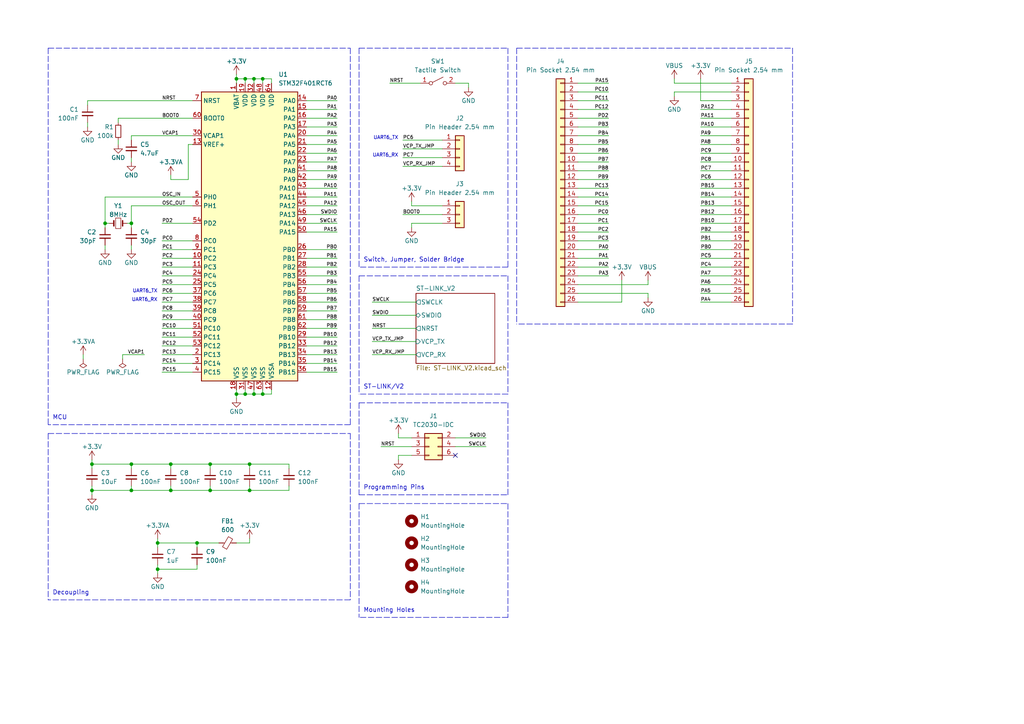
<source format=kicad_sch>
(kicad_sch (version 20211123) (generator eeschema)
  (paper "A4")
  (lib_symbols
    (symbol "Connector_Generic:Conn_01x03" (pin_names (offset 1.016) hide)
      (property "Reference" "J" (at 0 5.08 0))
      (property "Value" "Conn_01x03" (at 0 -5.08 0))
      (symbol "Conn_01x03_1_1"
        (rectangle (start -1.27 -2.413) (end 0 -2.667) (stroke (width 0.1524)))
        (rectangle (start -1.27 0.127) (end 0 -0.127) (stroke (width 0.1524)))
        (rectangle (start -1.27 2.667) (end 0 2.413) (stroke (width 0.1524)))
        (rectangle (start -1.27 3.81) (end 1.27 -3.81) (stroke (width 0.254)) (fill (type background)))
        (pin passive line (at -5.08 2.54 0) (length 3.81) (name "Pin_1") (number "1"))
        (pin passive line (at -5.08 0 0) (length 3.81) (name "Pin_2") (number "2"))
        (pin passive line (at -5.08 -2.54 0) (length 3.81) (name "Pin_3") (number "3"))
      )
    )
    (symbol "Connector_Generic:Conn_01x04" (pin_names (offset 1.016) hide)
      (property "Reference" "J" (at 0 5.08 0))
      (property "Value" "Conn_01x04" (at 0 -7.62 0))
      (symbol "Conn_01x04_1_1"
        (rectangle (start -1.27 -4.953) (end 0 -5.207) (stroke (width 0.1524)))
        (rectangle (start -1.27 -2.413) (end 0 -2.667) (stroke (width 0.1524)))
        (rectangle (start -1.27 0.127) (end 0 -0.127) (stroke (width 0.1524)))
        (rectangle (start -1.27 2.667) (end 0 2.413) (stroke (width 0.1524)))
        (rectangle (start -1.27 3.81) (end 1.27 -6.35) (stroke (width 0.254)) (fill (type background)))
        (pin passive line (at -5.08 2.54 0) (length 3.81) (name "Pin_1") (number "1"))
        (pin passive line (at -5.08 0 0) (length 3.81) (name "Pin_2") (number "2"))
        (pin passive line (at -5.08 -2.54 0) (length 3.81) (name "Pin_3") (number "3"))
        (pin passive line (at -5.08 -5.08 0) (length 3.81) (name "Pin_4") (number "4"))
      )
    )
    (symbol "Connector_Generic:Conn_01x26" (pin_names (offset 1.016) hide)
      (property "Reference" "J" (at 0 33.02 0))
      (property "Value" "Conn_01x26" (at 0 -35.56 0))
      (symbol "Conn_01x26_1_1"
        (rectangle (start -1.27 -32.893) (end 0 -33.147) (stroke (width 0.1524)))
        (rectangle (start -1.27 -30.353) (end 0 -30.607) (stroke (width 0.1524)))
        (rectangle (start -1.27 -27.813) (end 0 -28.067) (stroke (width 0.1524)))
        (rectangle (start -1.27 -25.273) (end 0 -25.527) (stroke (width 0.1524)))
        (rectangle (start -1.27 -22.733) (end 0 -22.987) (stroke (width 0.1524)))
        (rectangle (start -1.27 -20.193) (end 0 -20.447) (stroke (width 0.1524)))
        (rectangle (start -1.27 -17.653) (end 0 -17.907) (stroke (width 0.1524)))
        (rectangle (start -1.27 -15.113) (end 0 -15.367) (stroke (width 0.1524)))
        (rectangle (start -1.27 -12.573) (end 0 -12.827) (stroke (width 0.1524)))
        (rectangle (start -1.27 -10.033) (end 0 -10.287) (stroke (width 0.1524)))
        (rectangle (start -1.27 -7.493) (end 0 -7.747) (stroke (width 0.1524)))
        (rectangle (start -1.27 -4.953) (end 0 -5.207) (stroke (width 0.1524)))
        (rectangle (start -1.27 -2.413) (end 0 -2.667) (stroke (width 0.1524)))
        (rectangle (start -1.27 0.127) (end 0 -0.127) (stroke (width 0.1524)))
        (rectangle (start -1.27 2.667) (end 0 2.413) (stroke (width 0.1524)))
        (rectangle (start -1.27 5.207) (end 0 4.953) (stroke (width 0.1524)))
        (rectangle (start -1.27 7.747) (end 0 7.493) (stroke (width 0.1524)))
        (rectangle (start -1.27 10.287) (end 0 10.033) (stroke (width 0.1524)))
        (rectangle (start -1.27 12.827) (end 0 12.573) (stroke (width 0.1524)))
        (rectangle (start -1.27 15.367) (end 0 15.113) (stroke (width 0.1524)))
        (rectangle (start -1.27 17.907) (end 0 17.653) (stroke (width 0.1524)))
        (rectangle (start -1.27 20.447) (end 0 20.193) (stroke (width 0.1524)))
        (rectangle (start -1.27 22.987) (end 0 22.733) (stroke (width 0.1524)))
        (rectangle (start -1.27 25.527) (end 0 25.273) (stroke (width 0.1524)))
        (rectangle (start -1.27 28.067) (end 0 27.813) (stroke (width 0.1524)))
        (rectangle (start -1.27 30.607) (end 0 30.353) (stroke (width 0.1524)))
        (rectangle (start -1.27 31.75) (end 1.27 -34.29) (stroke (width 0.254)) (fill (type background)))
        (pin passive line (at -5.08 30.48 0) (length 3.81) (name "Pin_1") (number "1"))
        (pin passive line (at -5.08 7.62 0) (length 3.81) (name "Pin_10") (number "10"))
        (pin passive line (at -5.08 5.08 0) (length 3.81) (name "Pin_11") (number "11"))
        (pin passive line (at -5.08 2.54 0) (length 3.81) (name "Pin_12") (number "12"))
        (pin passive line (at -5.08 0 0) (length 3.81) (name "Pin_13") (number "13"))
        (pin passive line (at -5.08 -2.54 0) (length 3.81) (name "Pin_14") (number "14"))
        (pin passive line (at -5.08 -5.08 0) (length 3.81) (name "Pin_15") (number "15"))
        (pin passive line (at -5.08 -7.62 0) (length 3.81) (name "Pin_16") (number "16"))
        (pin passive line (at -5.08 -10.16 0) (length 3.81) (name "Pin_17") (number "17"))
        (pin passive line (at -5.08 -12.7 0) (length 3.81) (name "Pin_18") (number "18"))
        (pin passive line (at -5.08 -15.24 0) (length 3.81) (name "Pin_19") (number "19"))
        (pin passive line (at -5.08 27.94 0) (length 3.81) (name "Pin_2") (number "2"))
        (pin passive line (at -5.08 -17.78 0) (length 3.81) (name "Pin_20") (number "20"))
        (pin passive line (at -5.08 -20.32 0) (length 3.81) (name "Pin_21") (number "21"))
        (pin passive line (at -5.08 -22.86 0) (length 3.81) (name "Pin_22") (number "22"))
        (pin passive line (at -5.08 -25.4 0) (length 3.81) (name "Pin_23") (number "23"))
        (pin passive line (at -5.08 -27.94 0) (length 3.81) (name "Pin_24") (number "24"))
        (pin passive line (at -5.08 -30.48 0) (length 3.81) (name "Pin_25") (number "25"))
        (pin passive line (at -5.08 -33.02 0) (length 3.81) (name "Pin_26") (number "26"))
        (pin passive line (at -5.08 25.4 0) (length 3.81) (name "Pin_3") (number "3"))
        (pin passive line (at -5.08 22.86 0) (length 3.81) (name "Pin_4") (number "4"))
        (pin passive line (at -5.08 20.32 0) (length 3.81) (name "Pin_5") (number "5"))
        (pin passive line (at -5.08 17.78 0) (length 3.81) (name "Pin_6") (number "6"))
        (pin passive line (at -5.08 15.24 0) (length 3.81) (name "Pin_7") (number "7"))
        (pin passive line (at -5.08 12.7 0) (length 3.81) (name "Pin_8") (number "8"))
        (pin passive line (at -5.08 10.16 0) (length 3.81) (name "Pin_9") (number "9"))
      )
    )
    (symbol "Connector_Generic:Conn_02x03_Odd_Even" (pin_names (offset 1.016) hide)
      (property "Reference" "J" (at 1.27 5.08 0))
      (property "Value" "Conn_02x03_Odd_Even" (at 1.27 -5.08 0))
      (symbol "Conn_02x03_Odd_Even_1_1"
        (rectangle (start -1.27 -2.413) (end 0 -2.667) (stroke (width 0.1524)))
        (rectangle (start -1.27 0.127) (end 0 -0.127) (stroke (width 0.1524)))
        (rectangle (start -1.27 2.667) (end 0 2.413) (stroke (width 0.1524)))
        (rectangle (start -1.27 3.81) (end 3.81 -3.81) (stroke (width 0.254)) (fill (type background)))
        (rectangle (start 3.81 -2.413) (end 2.54 -2.667) (stroke (width 0.1524)))
        (rectangle (start 3.81 0.127) (end 2.54 -0.127) (stroke (width 0.1524)))
        (rectangle (start 3.81 2.667) (end 2.54 2.413) (stroke (width 0.1524)))
        (pin passive line (at -5.08 2.54 0) (length 3.81) (name "Pin_1") (number "1"))
        (pin passive line (at 7.62 2.54 180) (length 3.81) (name "Pin_2") (number "2"))
        (pin passive line (at -5.08 0 0) (length 3.81) (name "Pin_3") (number "3"))
        (pin passive line (at 7.62 0 180) (length 3.81) (name "Pin_4") (number "4"))
        (pin passive line (at -5.08 -2.54 0) (length 3.81) (name "Pin_5") (number "5"))
        (pin passive line (at 7.62 -2.54 180) (length 3.81) (name "Pin_6") (number "6"))
      )
    )
    (symbol "Device:C_Small" (pin_numbers hide) (pin_names (offset 0.254) hide)
      (property "Reference" "C" (at 0.254 1.778 0))
      (property "Value" "C_Small" (at 0.254 -2.032 0))
      (symbol "C_Small_0_1"
        (polyline (pts (xy -1.524 -0.508) (xy 1.524 -0.508)) (stroke (width 0.3302)))
        (polyline (pts (xy -1.524 0.508) (xy 1.524 0.508)) (stroke (width 0.3048)))
      )
      (symbol "C_Small_1_1"
        (pin passive line (at 0 2.54 270) (length 2.032) (name "~") (number "1"))
        (pin passive line (at 0 -2.54 90) (length 2.032) (name "~") (number "2"))
      )
    )
    (symbol "Device:Crystal_Small" (pin_numbers hide) (pin_names (offset 1.016) hide)
      (property "Reference" "Y" (at 0 2.54 0))
      (property "Value" "Crystal_Small" (at 0 -2.54 0))
      (symbol "Crystal_Small_0_1"
        (rectangle (start -0.762 -1.524) (end 0.762 1.524))
        (polyline (pts (xy -1.27 -0.762) (xy -1.27 0.762)) (stroke (width 0.381)))
        (polyline (pts (xy 1.27 -0.762) (xy 1.27 0.762)) (stroke (width 0.381)))
      )
      (symbol "Crystal_Small_1_1"
        (pin passive line (at -2.54 0 0) (length 1.27) (name "1") (number "1"))
        (pin passive line (at 2.54 0 180) (length 1.27) (name "2") (number "2"))
      )
    )
    (symbol "Device:FerriteBead_Small" (pin_numbers hide) (pin_names (offset 0))
      (property "Reference" "FB" (at 1.905 1.27 0))
      (property "Value" "FerriteBead_Small" (at 1.905 -1.27 0))
      (symbol "FerriteBead_Small_0_1"
        (polyline (pts (xy 0 -1.27) (xy 0 -0.7874)))
        (polyline (pts (xy 0 0.889) (xy 0 1.2954)))
        (polyline (pts (xy -1.8288 0.2794) (xy -1.1176 1.4986) (xy 1.8288 -0.2032) (xy 1.1176 -1.4224) (xy -1.8288 0.2794)))
      )
      (symbol "FerriteBead_Small_1_1"
        (pin passive line (at 0 2.54 270) (length 1.27) (name "~") (number "1"))
        (pin passive line (at 0 -2.54 90) (length 1.27) (name "~") (number "2"))
      )
    )
    (symbol "Device:R_Small" (pin_numbers hide) (pin_names (offset 0.254) hide)
      (property "Reference" "R" (at 0.762 0.508 0))
      (property "Value" "R_Small" (at 0.762 -1.016 0))
      (symbol "R_Small_0_1"
        (rectangle (start -0.762 1.778) (end 0.762 -1.778) (stroke (width 0.2032)))
      )
      (symbol "R_Small_1_1"
        (pin passive line (at 0 2.54 270) (length 0.762) (name "~") (number "1"))
        (pin passive line (at 0 -2.54 90) (length 0.762) (name "~") (number "2"))
      )
    )
    (symbol "MCU_ST_STM32F4:STM32F401RCTx"
      (property "Reference" "U" (at -15.24 41.91 0))
      (property "Value" "STM32F401RCTx" (at 7.62 41.91 0))
      (symbol "STM32F401RCTx_0_1"
        (rectangle (start -15.24 -43.18) (end 12.7 40.64) (stroke (width 0.254)) (fill (type background)))
      )
      (symbol "STM32F401RCTx_1_1"
        (pin power_in line (at -5.08 43.18 270) (length 2.54) (name "VBAT") (number "1"))
        (pin bidirectional line (at -17.78 -7.62 0) (length 2.54) (name "PC2") (number "10"))
        (pin bidirectional line (at -17.78 -10.16 0) (length 2.54) (name "PC3") (number "11"))
        (pin power_in line (at 5.08 -45.72 90) (length 2.54) (name "VSSA") (number "12"))
        (pin power_in line (at -17.78 25.4 0) (length 2.54) (name "VREF+") (number "13"))
        (pin bidirectional line (at 15.24 38.1 180) (length 2.54) (name "PA0") (number "14"))
        (pin bidirectional line (at 15.24 35.56 180) (length 2.54) (name "PA1") (number "15"))
        (pin bidirectional line (at 15.24 33.02 180) (length 2.54) (name "PA2") (number "16"))
        (pin bidirectional line (at 15.24 30.48 180) (length 2.54) (name "PA3") (number "17"))
        (pin power_in line (at -5.08 -45.72 90) (length 2.54) (name "VSS") (number "18"))
        (pin power_in line (at -2.54 43.18 270) (length 2.54) (name "VDD") (number "19"))
        (pin bidirectional line (at -17.78 -35.56 0) (length 2.54) (name "PC13") (number "2"))
        (pin bidirectional line (at 15.24 27.94 180) (length 2.54) (name "PA4") (number "20"))
        (pin bidirectional line (at 15.24 25.4 180) (length 2.54) (name "PA5") (number "21"))
        (pin bidirectional line (at 15.24 22.86 180) (length 2.54) (name "PA6") (number "22"))
        (pin bidirectional line (at 15.24 20.32 180) (length 2.54) (name "PA7") (number "23"))
        (pin bidirectional line (at -17.78 -12.7 0) (length 2.54) (name "PC4") (number "24"))
        (pin bidirectional line (at -17.78 -15.24 0) (length 2.54) (name "PC5") (number "25"))
        (pin bidirectional line (at 15.24 -5.08 180) (length 2.54) (name "PB0") (number "26"))
        (pin bidirectional line (at 15.24 -7.62 180) (length 2.54) (name "PB1") (number "27"))
        (pin bidirectional line (at 15.24 -10.16 180) (length 2.54) (name "PB2") (number "28"))
        (pin bidirectional line (at 15.24 -30.48 180) (length 2.54) (name "PB10") (number "29"))
        (pin bidirectional line (at -17.78 -38.1 0) (length 2.54) (name "PC14") (number "3"))
        (pin power_in line (at -17.78 27.94 0) (length 2.54) (name "VCAP1") (number "30"))
        (pin power_in line (at -2.54 -45.72 90) (length 2.54) (name "VSS") (number "31"))
        (pin power_in line (at 0 43.18 270) (length 2.54) (name "VDD") (number "32"))
        (pin bidirectional line (at 15.24 -33.02 180) (length 2.54) (name "PB12") (number "33"))
        (pin bidirectional line (at 15.24 -35.56 180) (length 2.54) (name "PB13") (number "34"))
        (pin bidirectional line (at 15.24 -38.1 180) (length 2.54) (name "PB14") (number "35"))
        (pin bidirectional line (at 15.24 -40.64 180) (length 2.54) (name "PB15") (number "36"))
        (pin bidirectional line (at -17.78 -17.78 0) (length 2.54) (name "PC6") (number "37"))
        (pin bidirectional line (at -17.78 -20.32 0) (length 2.54) (name "PC7") (number "38"))
        (pin bidirectional line (at -17.78 -22.86 0) (length 2.54) (name "PC8") (number "39"))
        (pin bidirectional line (at -17.78 -40.64 0) (length 2.54) (name "PC15") (number "4"))
        (pin bidirectional line (at -17.78 -25.4 0) (length 2.54) (name "PC9") (number "40"))
        (pin bidirectional line (at 15.24 17.78 180) (length 2.54) (name "PA8") (number "41"))
        (pin bidirectional line (at 15.24 15.24 180) (length 2.54) (name "PA9") (number "42"))
        (pin bidirectional line (at 15.24 12.7 180) (length 2.54) (name "PA10") (number "43"))
        (pin bidirectional line (at 15.24 10.16 180) (length 2.54) (name "PA11") (number "44"))
        (pin bidirectional line (at 15.24 7.62 180) (length 2.54) (name "PA12") (number "45"))
        (pin bidirectional line (at 15.24 5.08 180) (length 2.54) (name "PA13") (number "46"))
        (pin power_in line (at 0 -45.72 90) (length 2.54) (name "VSS") (number "47"))
        (pin power_in line (at 2.54 43.18 270) (length 2.54) (name "VDD") (number "48"))
        (pin bidirectional line (at 15.24 2.54 180) (length 2.54) (name "PA14") (number "49"))
        (pin input line (at -17.78 10.16 0) (length 2.54) (name "PH0") (number "5"))
        (pin bidirectional line (at 15.24 0 180) (length 2.54) (name "PA15") (number "50"))
        (pin bidirectional line (at -17.78 -27.94 0) (length 2.54) (name "PC10") (number "51"))
        (pin bidirectional line (at -17.78 -30.48 0) (length 2.54) (name "PC11") (number "52"))
        (pin bidirectional line (at -17.78 -33.02 0) (length 2.54) (name "PC12") (number "53"))
        (pin bidirectional line (at -17.78 2.54 0) (length 2.54) (name "PD2") (number "54"))
        (pin bidirectional line (at 15.24 -12.7 180) (length 2.54) (name "PB3") (number "55"))
        (pin bidirectional line (at 15.24 -15.24 180) (length 2.54) (name "PB4") (number "56"))
        (pin bidirectional line (at 15.24 -17.78 180) (length 2.54) (name "PB5") (number "57"))
        (pin bidirectional line (at 15.24 -20.32 180) (length 2.54) (name "PB6") (number "58"))
        (pin bidirectional line (at 15.24 -22.86 180) (length 2.54) (name "PB7") (number "59"))
        (pin input line (at -17.78 7.62 0) (length 2.54) (name "PH1") (number "6"))
        (pin input line (at -17.78 33.02 0) (length 2.54) (name "BOOT0") (number "60"))
        (pin bidirectional line (at 15.24 -25.4 180) (length 2.54) (name "PB8") (number "61"))
        (pin bidirectional line (at 15.24 -27.94 180) (length 2.54) (name "PB9") (number "62"))
        (pin power_in line (at 2.54 -45.72 90) (length 2.54) (name "VSS") (number "63"))
        (pin power_in line (at 5.08 43.18 270) (length 2.54) (name "VDD") (number "64"))
        (pin input line (at -17.78 38.1 0) (length 2.54) (name "NRST") (number "7"))
        (pin bidirectional line (at -17.78 -2.54 0) (length 2.54) (name "PC0") (number "8"))
        (pin bidirectional line (at -17.78 -5.08 0) (length 2.54) (name "PC1") (number "9"))
      )
    )
    (symbol "Mechanical:MountingHole" (pin_names (offset 1.016))
      (property "Reference" "H" (at 0 5.08 0))
      (property "Value" "MountingHole" (at 0 3.175 0))
      (symbol "MountingHole_0_1"
        (circle (center 0 0) (radius 1.27) (stroke (width 1.27)))
      )
    )
    (symbol "Switch:SW_SPST" (pin_names (offset 0) hide)
      (property "Reference" "SW" (at 0 3.175 0))
      (property "Value" "SW_SPST" (at 0 -2.54 0))
      (symbol "SW_SPST_0_0"
        (circle (center -2.032 0) (radius 0.508))
        (polyline (pts (xy -1.524 0.254) (xy 1.524 1.778)))
        (circle (center 2.032 0) (radius 0.508))
      )
      (symbol "SW_SPST_1_1"
        (pin passive line (at -5.08 0 0) (length 2.54) (name "A") (number "1"))
        (pin passive line (at 5.08 0 180) (length 2.54) (name "B") (number "2"))
      )
    )
    (symbol "power:+3.3V" (power) (pin_names (offset 0))
      (property "Value" "+3.3V" (at 0 3.556 0))
      (symbol "+3.3V_0_1"
        (polyline (pts (xy -0.762 1.27) (xy 0 2.54)))
        (polyline (pts (xy 0 0) (xy 0 2.54)))
        (polyline (pts (xy 0 2.54) (xy 0.762 1.27)))
      )
      (symbol "+3.3V_1_1"
        (pin power_in line (at 0 0 90) (length 0) hide (name "+3.3V") (number "1"))
      )
    )
    (symbol "power:+3.3VA" (power) (pin_names (offset 0))
      (property "Value" "+3.3VA" (at 0 3.556 0))
      (symbol "+3.3VA_0_1"
        (polyline (pts (xy -0.762 1.27) (xy 0 2.54)))
        (polyline (pts (xy 0 0) (xy 0 2.54)))
        (polyline (pts (xy 0 2.54) (xy 0.762 1.27)))
      )
      (symbol "+3.3VA_1_1"
        (pin power_in line (at 0 0 90) (length 0) hide (name "+3.3VA") (number "1"))
      )
    )
    (symbol "power:GND" (power) (pin_names (offset 0))
      (property "Value" "GND" (at 0 -3.81 0))
      (symbol "GND_0_1"
        (polyline (pts (xy 0 0) (xy 0 -1.27) (xy 1.27 -1.27) (xy 0 -2.54) (xy -1.27 -1.27) (xy 0 -1.27)))
      )
      (symbol "GND_1_1"
        (pin power_in line (at 0 0 270) (length 0) hide (name "GND") (number "1"))
      )
    )
    (symbol "power:PWR_FLAG" (power) (pin_numbers hide) (pin_names (offset 0) hide)
      (property "Value" "PWR_FLAG" (at 0 3.81 0))
      (symbol "PWR_FLAG_0_0"
        (pin power_out line (at 0 0 90) (length 0) (name "pwr") (number "1"))
      )
      (symbol "PWR_FLAG_0_1"
        (polyline (pts (xy 0 0) (xy 0 1.27) (xy -1.016 1.905) (xy 0 2.54) (xy 1.016 1.905) (xy 0 1.27)))
      )
    )
    (symbol "power:VBUS" (power) (pin_names (offset 0))
      (property "Value" "VBUS" (at 0 3.81 0))
      (symbol "VBUS_0_1"
        (polyline (pts (xy -0.762 1.27) (xy 0 2.54)))
        (polyline (pts (xy 0 0) (xy 0 2.54)))
        (polyline (pts (xy 0 2.54) (xy 0.762 1.27)))
      )
      (symbol "VBUS_1_1"
        (pin power_in line (at 0 0 90) (length 0) hide (name "VBUS") (number "1"))
      )
    )
  )
  (junction (at 26.67 142.24))
  (junction (at 76.2 114.3))
  (junction (at 38.1 64.77))
  (junction (at 72.39 142.24))
  (junction (at 45.72 157.48))
  (junction (at 26.67 134.62))
  (junction (at 49.53 134.62))
  (junction (at 49.53 142.24))
  (junction (at 72.39 134.62))
  (junction (at 76.2 22.86))
  (junction (at 57.15 157.48))
  (junction (at 60.96 134.62))
  (junction (at 38.1 142.24))
  (junction (at 71.12 114.3))
  (junction (at 60.96 142.24))
  (junction (at 71.12 22.86))
  (junction (at 38.1 134.62))
  (junction (at 73.66 114.3))
  (junction (at 73.66 22.86))
  (junction (at 68.58 22.86))
  (junction (at 68.58 114.3))
  (junction (at 45.72 165.1))
  (junction (at 30.48 64.77))
  (no_connect (at 132.08 132.08))
  (wire (pts (xy 46.99 64.77) (xy 55.88 64.77)))
  (wire (pts (xy 68.58 113.03) (xy 68.58 114.3)))
  (wire (pts (xy 195.58 22.86) (xy 195.58 24.13)))
  (wire (pts (xy 30.48 71.12) (xy 30.48 72.39)))
  (wire (pts (xy 35.56 102.87) (xy 35.56 104.14)))
  (wire (pts (xy 97.79 49.53) (xy 88.9 49.53)))
  (wire (pts (xy 97.79 67.31) (xy 88.9 67.31)))
  (wire (pts (xy 38.1 71.12) (xy 38.1 72.39)))
  (wire (pts (xy 45.72 158.75) (xy 45.72 157.48)))
  (wire (pts (xy 203.2 69.85) (xy 212.09 69.85)))
  (wire (pts (xy 107.95 102.87) (xy 120.65 102.87)))
  (wire (pts (xy 45.72 165.1) (xy 45.72 166.37)))
  (wire (pts (xy 49.53 140.97) (xy 49.53 142.24)))
  (wire (pts (xy 132.08 24.13) (xy 135.89 24.13)))
  (wire (pts (xy 97.79 97.79) (xy 88.9 97.79)))
  (wire (pts (xy 176.53 62.23) (xy 167.64 62.23)))
  (polyline (pts (xy 104.14 146.05) (xy 147.32 146.05)))
  (wire (pts (xy 176.53 49.53) (xy 167.64 49.53)))
  (wire (pts (xy 46.99 97.79) (xy 55.88 97.79)))
  (wire (pts (xy 119.38 64.77) (xy 119.38 66.04)))
  (wire (pts (xy 26.67 135.89) (xy 26.67 134.62)))
  (wire (pts (xy 195.58 26.67) (xy 212.09 26.67)))
  (polyline (pts (xy 104.14 13.97) (xy 104.14 77.47)))
  (wire (pts (xy 97.79 54.61) (xy 88.9 54.61)))
  (wire (pts (xy 72.39 140.97) (xy 72.39 142.24)))
  (wire (pts (xy 30.48 64.77) (xy 30.48 66.04)))
  (wire (pts (xy 49.53 52.07) (xy 54.61 52.07)))
  (wire (pts (xy 38.1 59.69) (xy 55.88 59.69)))
  (wire (pts (xy 97.79 107.95) (xy 88.9 107.95)))
  (wire (pts (xy 180.34 81.28) (xy 180.34 87.63)))
  (wire (pts (xy 116.84 43.18) (xy 128.27 43.18)))
  (wire (pts (xy 212.09 29.21) (xy 203.2 29.21)))
  (wire (pts (xy 195.58 26.67) (xy 195.58 27.94)))
  (wire (pts (xy 176.53 24.13) (xy 167.64 24.13)))
  (wire (pts (xy 25.4 29.21) (xy 55.88 29.21)))
  (wire (pts (xy 97.79 77.47) (xy 88.9 77.47)))
  (wire (pts (xy 97.79 80.01) (xy 88.9 80.01)))
  (wire (pts (xy 97.79 100.33) (xy 88.9 100.33)))
  (wire (pts (xy 38.1 134.62) (xy 38.1 135.89)))
  (wire (pts (xy 176.53 67.31) (xy 167.64 67.31)))
  (wire (pts (xy 203.2 22.86) (xy 203.2 29.21)))
  (wire (pts (xy 135.89 24.13) (xy 135.89 25.4)))
  (wire (pts (xy 203.2 80.01) (xy 212.09 80.01)))
  (wire (pts (xy 30.48 57.15) (xy 55.88 57.15)))
  (wire (pts (xy 24.13 102.87) (xy 24.13 104.14)))
  (wire (pts (xy 73.66 22.86) (xy 76.2 22.86)))
  (wire (pts (xy 60.96 142.24) (xy 49.53 142.24)))
  (wire (pts (xy 167.64 85.09) (xy 187.96 85.09)))
  (wire (pts (xy 76.2 113.03) (xy 76.2 114.3)))
  (polyline (pts (xy 149.86 13.97) (xy 229.87 13.97)))
  (wire (pts (xy 46.99 85.09) (xy 55.88 85.09)))
  (wire (pts (xy 176.53 34.29) (xy 167.64 34.29)))
  (wire (pts (xy 116.84 48.26) (xy 128.27 48.26)))
  (wire (pts (xy 71.12 22.86) (xy 73.66 22.86)))
  (wire (pts (xy 38.1 39.37) (xy 38.1 40.64)))
  (wire (pts (xy 68.58 22.86) (xy 71.12 22.86)))
  (wire (pts (xy 97.79 52.07) (xy 88.9 52.07)))
  (wire (pts (xy 49.53 134.62) (xy 49.53 135.89)))
  (wire (pts (xy 60.96 134.62) (xy 60.96 135.89)))
  (wire (pts (xy 55.88 41.91) (xy 54.61 41.91)))
  (wire (pts (xy 176.53 57.15) (xy 167.64 57.15)))
  (wire (pts (xy 176.53 41.91) (xy 167.64 41.91)))
  (wire (pts (xy 176.53 29.21) (xy 167.64 29.21)))
  (wire (pts (xy 107.95 91.44) (xy 120.65 91.44)))
  (polyline (pts (xy 229.87 93.98) (xy 149.86 93.98)))
  (wire (pts (xy 97.79 64.77) (xy 88.9 64.77)))
  (polyline (pts (xy 229.87 13.97) (xy 229.87 93.98)))
  (wire (pts (xy 49.53 50.8) (xy 49.53 52.07)))
  (wire (pts (xy 30.48 57.15) (xy 30.48 64.77)))
  (wire (pts (xy 203.2 85.09) (xy 212.09 85.09)))
  (wire (pts (xy 38.1 142.24) (xy 26.67 142.24)))
  (wire (pts (xy 97.79 41.91) (xy 88.9 41.91)))
  (wire (pts (xy 176.53 31.75) (xy 167.64 31.75)))
  (wire (pts (xy 71.12 114.3) (xy 73.66 114.3)))
  (wire (pts (xy 25.4 29.21) (xy 25.4 30.48)))
  (wire (pts (xy 68.58 114.3) (xy 71.12 114.3)))
  (wire (pts (xy 26.67 134.62) (xy 38.1 134.62)))
  (wire (pts (xy 119.38 127) (xy 115.57 127)))
  (wire (pts (xy 203.2 64.77) (xy 212.09 64.77)))
  (wire (pts (xy 60.96 134.62) (xy 72.39 134.62)))
  (wire (pts (xy 176.53 52.07) (xy 167.64 52.07)))
  (wire (pts (xy 116.84 45.72) (xy 128.27 45.72)))
  (wire (pts (xy 35.56 102.87) (xy 41.91 102.87)))
  (wire (pts (xy 97.79 74.93) (xy 88.9 74.93)))
  (wire (pts (xy 176.53 44.45) (xy 167.64 44.45)))
  (wire (pts (xy 46.99 80.01) (xy 55.88 80.01)))
  (wire (pts (xy 76.2 22.86) (xy 78.74 22.86)))
  (wire (pts (xy 203.2 31.75) (xy 212.09 31.75)))
  (wire (pts (xy 26.67 133.35) (xy 26.67 134.62)))
  (wire (pts (xy 128.27 59.69) (xy 119.38 59.69)))
  (wire (pts (xy 46.99 90.17) (xy 55.88 90.17)))
  (polyline (pts (xy 104.14 116.84) (xy 104.14 143.51)))
  (wire (pts (xy 176.53 46.99) (xy 167.64 46.99)))
  (wire (pts (xy 97.79 62.23) (xy 88.9 62.23)))
  (wire (pts (xy 60.96 140.97) (xy 60.96 142.24)))
  (wire (pts (xy 26.67 142.24) (xy 26.67 143.51)))
  (wire (pts (xy 97.79 29.21) (xy 88.9 29.21)))
  (polyline (pts (xy 101.6 173.99) (xy 13.97 173.99)))
  (wire (pts (xy 203.2 57.15) (xy 212.09 57.15)))
  (polyline (pts (xy 147.32 114.3) (xy 104.14 114.3)))
  (polyline (pts (xy 101.6 125.73) (xy 101.6 173.99)))
  (polyline (pts (xy 147.32 146.05) (xy 147.32 179.07)))
  (wire (pts (xy 71.12 113.03) (xy 71.12 114.3)))
  (wire (pts (xy 176.53 77.47) (xy 167.64 77.47)))
  (wire (pts (xy 203.2 39.37) (xy 212.09 39.37)))
  (wire (pts (xy 187.96 81.28) (xy 187.96 82.55)))
  (wire (pts (xy 46.99 100.33) (xy 55.88 100.33)))
  (wire (pts (xy 97.79 44.45) (xy 88.9 44.45)))
  (wire (pts (xy 97.79 36.83) (xy 88.9 36.83)))
  (wire (pts (xy 49.53 142.24) (xy 38.1 142.24)))
  (wire (pts (xy 57.15 165.1) (xy 57.15 163.83)))
  (wire (pts (xy 76.2 22.86) (xy 76.2 24.13)))
  (wire (pts (xy 25.4 35.56) (xy 25.4 36.83)))
  (wire (pts (xy 68.58 114.3) (xy 68.58 115.57)))
  (wire (pts (xy 140.97 129.54) (xy 132.08 129.54)))
  (wire (pts (xy 187.96 85.09) (xy 187.96 86.36)))
  (wire (pts (xy 78.74 114.3) (xy 78.74 113.03)))
  (wire (pts (xy 73.66 113.03) (xy 73.66 114.3)))
  (wire (pts (xy 38.1 39.37) (xy 55.88 39.37)))
  (wire (pts (xy 203.2 44.45) (xy 212.09 44.45)))
  (wire (pts (xy 140.97 127) (xy 132.08 127)))
  (wire (pts (xy 176.53 59.69) (xy 167.64 59.69)))
  (wire (pts (xy 116.84 62.23) (xy 128.27 62.23)))
  (wire (pts (xy 176.53 36.83) (xy 167.64 36.83)))
  (wire (pts (xy 97.79 46.99) (xy 88.9 46.99)))
  (wire (pts (xy 46.99 87.63) (xy 55.88 87.63)))
  (wire (pts (xy 72.39 142.24) (xy 60.96 142.24)))
  (wire (pts (xy 203.2 82.55) (xy 212.09 82.55)))
  (wire (pts (xy 107.95 87.63) (xy 120.65 87.63)))
  (wire (pts (xy 83.82 140.97) (xy 83.82 142.24)))
  (wire (pts (xy 46.99 72.39) (xy 55.88 72.39)))
  (wire (pts (xy 110.49 129.54) (xy 119.38 129.54)))
  (wire (pts (xy 76.2 114.3) (xy 78.74 114.3)))
  (wire (pts (xy 46.99 105.41) (xy 55.88 105.41)))
  (wire (pts (xy 203.2 77.47) (xy 212.09 77.47)))
  (wire (pts (xy 115.57 125.73) (xy 115.57 127)))
  (wire (pts (xy 97.79 90.17) (xy 88.9 90.17)))
  (wire (pts (xy 115.57 132.08) (xy 115.57 133.35)))
  (wire (pts (xy 68.58 21.59) (xy 68.58 22.86)))
  (wire (pts (xy 203.2 34.29) (xy 212.09 34.29)))
  (wire (pts (xy 38.1 134.62) (xy 49.53 134.62)))
  (wire (pts (xy 119.38 132.08) (xy 115.57 132.08)))
  (wire (pts (xy 97.79 105.41) (xy 88.9 105.41)))
  (wire (pts (xy 176.53 64.77) (xy 167.64 64.77)))
  (wire (pts (xy 46.99 69.85) (xy 55.88 69.85)))
  (wire (pts (xy 45.72 157.48) (xy 57.15 157.48)))
  (polyline (pts (xy 104.14 80.01) (xy 104.14 114.3)))
  (wire (pts (xy 203.2 72.39) (xy 212.09 72.39)))
  (wire (pts (xy 68.58 157.48) (xy 72.39 157.48)))
  (polyline (pts (xy 147.32 143.51) (xy 147.32 116.84)))
  (wire (pts (xy 203.2 59.69) (xy 212.09 59.69)))
  (wire (pts (xy 97.79 95.25) (xy 88.9 95.25)))
  (polyline (pts (xy 104.14 13.97) (xy 147.32 13.97)))
  (wire (pts (xy 34.29 40.64) (xy 34.29 41.91)))
  (wire (pts (xy 176.53 72.39) (xy 167.64 72.39)))
  (wire (pts (xy 203.2 67.31) (xy 212.09 67.31)))
  (wire (pts (xy 46.99 107.95) (xy 55.88 107.95)))
  (wire (pts (xy 78.74 24.13) (xy 78.74 22.86)))
  (polyline (pts (xy 104.14 143.51) (xy 147.32 143.51)))
  (wire (pts (xy 97.79 85.09) (xy 88.9 85.09)))
  (wire (pts (xy 203.2 62.23) (xy 212.09 62.23)))
  (wire (pts (xy 73.66 114.3) (xy 76.2 114.3)))
  (wire (pts (xy 176.53 26.67) (xy 167.64 26.67)))
  (wire (pts (xy 34.29 34.29) (xy 34.29 35.56)))
  (wire (pts (xy 38.1 64.77) (xy 38.1 66.04)))
  (wire (pts (xy 83.82 134.62) (xy 83.82 135.89)))
  (wire (pts (xy 97.79 87.63) (xy 88.9 87.63)))
  (wire (pts (xy 97.79 31.75) (xy 88.9 31.75)))
  (wire (pts (xy 176.53 39.37) (xy 167.64 39.37)))
  (wire (pts (xy 97.79 82.55) (xy 88.9 82.55)))
  (wire (pts (xy 46.99 92.71) (xy 55.88 92.71)))
  (polyline (pts (xy 101.6 13.97) (xy 101.6 123.19)))
  (wire (pts (xy 38.1 140.97) (xy 38.1 142.24)))
  (wire (pts (xy 46.99 77.47) (xy 55.88 77.47)))
  (wire (pts (xy 97.79 34.29) (xy 88.9 34.29)))
  (wire (pts (xy 57.15 157.48) (xy 63.5 157.48)))
  (wire (pts (xy 203.2 54.61) (xy 212.09 54.61)))
  (wire (pts (xy 38.1 64.77) (xy 38.1 59.69)))
  (wire (pts (xy 71.12 22.86) (xy 71.12 24.13)))
  (wire (pts (xy 97.79 72.39) (xy 88.9 72.39)))
  (wire (pts (xy 36.83 64.77) (xy 38.1 64.77)))
  (wire (pts (xy 46.99 82.55) (xy 55.88 82.55)))
  (polyline (pts (xy 13.97 125.73) (xy 101.6 125.73)))
  (wire (pts (xy 107.95 99.06) (xy 120.65 99.06)))
  (wire (pts (xy 203.2 87.63) (xy 212.09 87.63)))
  (polyline (pts (xy 149.86 13.97) (xy 149.86 93.98)))
  (polyline (pts (xy 104.14 80.01) (xy 147.32 80.01)))
  (wire (pts (xy 97.79 39.37) (xy 88.9 39.37)))
  (wire (pts (xy 107.95 95.25) (xy 120.65 95.25)))
  (wire (pts (xy 195.58 24.13) (xy 212.09 24.13)))
  (wire (pts (xy 167.64 82.55) (xy 187.96 82.55)))
  (polyline (pts (xy 13.97 13.97) (xy 13.97 123.19)))
  (wire (pts (xy 26.67 142.24) (xy 26.67 140.97)))
  (wire (pts (xy 34.29 34.29) (xy 55.88 34.29)))
  (wire (pts (xy 97.79 59.69) (xy 88.9 59.69)))
  (wire (pts (xy 72.39 134.62) (xy 72.39 135.89)))
  (wire (pts (xy 203.2 52.07) (xy 212.09 52.07)))
  (wire (pts (xy 38.1 45.72) (xy 38.1 46.99)))
  (wire (pts (xy 203.2 41.91) (xy 212.09 41.91)))
  (wire (pts (xy 57.15 157.48) (xy 57.15 158.75)))
  (polyline (pts (xy 104.14 146.05) (xy 104.14 179.07)))
  (wire (pts (xy 97.79 57.15) (xy 88.9 57.15)))
  (wire (pts (xy 49.53 134.62) (xy 60.96 134.62)))
  (polyline (pts (xy 147.32 80.01) (xy 147.32 114.3)))
  (wire (pts (xy 54.61 41.91) (xy 54.61 52.07)))
  (wire (pts (xy 83.82 142.24) (xy 72.39 142.24)))
  (wire (pts (xy 203.2 36.83) (xy 212.09 36.83)))
  (wire (pts (xy 45.72 156.21) (xy 45.72 157.48)))
  (wire (pts (xy 73.66 22.86) (xy 73.66 24.13)))
  (wire (pts (xy 45.72 163.83) (xy 45.72 165.1)))
  (wire (pts (xy 97.79 102.87) (xy 88.9 102.87)))
  (wire (pts (xy 46.99 102.87) (xy 55.88 102.87)))
  (wire (pts (xy 68.58 24.13) (xy 68.58 22.86)))
  (wire (pts (xy 203.2 74.93) (xy 212.09 74.93)))
  (wire (pts (xy 176.53 54.61) (xy 167.64 54.61)))
  (polyline (pts (xy 147.32 179.07) (xy 104.14 179.07)))
  (wire (pts (xy 72.39 156.21) (xy 72.39 157.48)))
  (wire (pts (xy 31.75 64.77) (xy 30.48 64.77)))
  (polyline (pts (xy 13.97 13.97) (xy 101.6 13.97)))
  (polyline (pts (xy 147.32 13.97) (xy 147.32 77.47)))
  (wire (pts (xy 46.99 74.93) (xy 55.88 74.93)))
  (wire (pts (xy 72.39 134.62) (xy 83.82 134.62)))
  (wire (pts (xy 203.2 49.53) (xy 212.09 49.53)))
  (wire (pts (xy 116.84 40.64) (xy 128.27 40.64)))
  (wire (pts (xy 46.99 95.25) (xy 55.88 95.25)))
  (wire (pts (xy 113.03 24.13) (xy 121.92 24.13)))
  (wire (pts (xy 128.27 64.77) (xy 119.38 64.77)))
  (wire (pts (xy 119.38 58.42) (xy 119.38 59.69)))
  (wire (pts (xy 176.53 74.93) (xy 167.64 74.93)))
  (wire (pts (xy 176.53 69.85) (xy 167.64 69.85)))
  (wire (pts (xy 45.72 165.1) (xy 57.15 165.1)))
  (wire (pts (xy 167.64 87.63) (xy 180.34 87.63)))
  (wire (pts (xy 203.2 46.99) (xy 212.09 46.99)))
  (wire (pts (xy 176.53 80.01) (xy 167.64 80.01)))
  (wire (pts (xy 97.79 92.71) (xy 88.9 92.71)))
  (polyline (pts (xy 101.6 123.19) (xy 13.97 123.19)))
  (polyline (pts (xy 104.14 116.84) (xy 147.32 116.84)))
  (polyline (pts (xy 13.97 125.73) (xy 13.97 173.99)))
  (polyline (pts (xy 147.32 77.47) (xy 104.14 77.47)))
  (text "Switch, Jumper, Solder Bridge" (at 105.41 76.2 0) (effects (font (size 1.27 1.27)) (justify left bottom)))
  (text "MCU" (at 15.24 121.92 0) (effects (font (size 1.27 1.27)) (justify left bottom)))
  (text "UART6_TX" (at 115.57 40.64 180) (effects (font (size 1 1)) (justify right bottom)))
  (text "Programming Pins" (at 105.41 142.24 0) (effects (font (size 1.27 1.27)) (justify left bottom)))
  (text "UART6_RX" (at 45.72 87.63 180) (effects (font (size 1 1)) (justify right bottom)))
  (text "ST-LINK/V2" (at 105.41 113.03 0) (effects (font (size 1.27 1.27)) (justify left bottom)))
  (text "Decoupling" (at 15.24 172.72 0) (effects (font (size 1.27 1.27)) (justify left bottom)))
  (text "UART6_RX" (at 115.57 45.72 180) (effects (font (size 1 1)) (justify right bottom)))
  (text "UART6_TX" (at 45.72 85.09 180) (effects (font (size 1 1)) (justify right bottom)))
  (text "Mounting Holes" (at 105.41 177.8 0) (effects (font (size 1.27 1.27)) (justify left bottom)))
  (label "PA6" (at 97.79 44.45 180) (effects (font (size 1 1))))
  (label "PA15" (at 97.79 67.31 180) (effects (font (size 1 1))))
  (label "PC5" (at 46.99 82.55 0) (effects (font (size 1 1))))
  (label "VCP_TX_JMP" (at 107.95 99.06 0) (effects (font (size 1 1))))
  (label "OSC_IN" (at 46.99 57.15 0) (effects (font (size 1 1))))
  (label "PB10" (at 97.79 97.79 180) (effects (font (size 1 1))))
  (label "SWDIO" (at 107.95 91.44 0) (effects (font (size 1 1))))
  (label "PC14" (at 176.53 57.15 180) (effects (font (size 1 1))))
  (label "PB4" (at 97.79 82.55 180) (effects (font (size 1 1))))
  (label "PC1" (at 46.99 72.39 0) (effects (font (size 1 1))))
  (label "PB9" (at 97.79 95.25 180) (effects (font (size 1 1))))
  (label "PC0" (at 176.53 62.23 180) (effects (font (size 1 1))))
  (label "PB2" (at 97.79 77.47 180) (effects (font (size 1 1))))
  (label "PA9" (at 203.2 39.37 0) (effects (font (size 1 1))))
  (label "PB8" (at 97.79 92.71 180) (effects (font (size 1 1))))
  (label "PB5" (at 97.79 85.09 180) (effects (font (size 1 1))))
  (label "PC6" (at 203.2 52.07 0) (effects (font (size 1 1))))
  (label "PB2" (at 203.2 67.31 0) (effects (font (size 1 1))))
  (label "PC10" (at 46.99 95.25 0) (effects (font (size 1 1))))
  (label "PB14" (at 97.79 105.41 180) (effects (font (size 1 1))))
  (label "PA11" (at 203.2 34.29 0) (effects (font (size 1 1))))
  (label "VCP_RX_JMP" (at 116.84 48.26 0) (effects (font (size 1 1))))
  (label "PC7" (at 116.84 45.72 0) (effects (font (size 1 1))))
  (label "PA11" (at 97.79 57.15 180) (effects (font (size 1 1))))
  (label "PB12" (at 203.2 62.23 0) (effects (font (size 1 1))))
  (label "PA2" (at 97.79 34.29 180) (effects (font (size 1 1))))
  (label "NRST" (at 46.99 29.21 0) (effects (font (size 1 1))))
  (label "PC2" (at 46.99 74.93 0) (effects (font (size 1 1))))
  (label "PA1" (at 176.53 74.93 180) (effects (font (size 1 1))))
  (label "PA8" (at 97.79 49.53 180) (effects (font (size 1 1))))
  (label "PC4" (at 46.99 80.01 0) (effects (font (size 1 1))))
  (label "PB6" (at 97.79 87.63 180) (effects (font (size 1 1))))
  (label "PA10" (at 97.79 54.61 180) (effects (font (size 1 1))))
  (label "PA5" (at 203.2 85.09 0) (effects (font (size 1 1))))
  (label "PB7" (at 97.79 90.17 180) (effects (font (size 1 1))))
  (label "PC5" (at 203.2 74.93 0) (effects (font (size 1 1))))
  (label "OSC_OUT" (at 46.99 59.69 0) (effects (font (size 1 1))))
  (label "PC14" (at 46.99 105.41 0) (effects (font (size 1 1))))
  (label "PA7" (at 97.79 46.99 180) (effects (font (size 1 1))))
  (label "PA4" (at 203.2 87.63 0) (effects (font (size 1 1))))
  (label "PB1" (at 203.2 69.85 0) (effects (font (size 1 1))))
  (label "VCP_TX_JMP" (at 116.84 43.18 0) (effects (font (size 1 1))))
  (label "NRST" (at 107.95 95.25 0) (effects (font (size 1 1))))
  (label "PA12" (at 203.2 31.75 0) (effects (font (size 1 1))))
  (label "VCAP1" (at 46.99 39.37 0) (effects (font (size 1 1))))
  (label "PA2" (at 176.53 77.47 180) (effects (font (size 1 1))))
  (label "PB3" (at 176.53 36.83 180) (effects (font (size 1 1))))
  (label "PC12" (at 176.53 31.75 180) (effects (font (size 1 1))))
  (label "PA6" (at 203.2 82.55 0) (effects (font (size 1 1))))
  (label "PC8" (at 46.99 90.17 0) (effects (font (size 1 1))))
  (label "PA8" (at 203.2 41.91 0) (effects (font (size 1 1))))
  (label "PC8" (at 203.2 46.99 0) (effects (font (size 1 1))))
  (label "PC9" (at 203.2 44.45 0) (effects (font (size 1 1))))
  (label "PB4" (at 176.53 39.37 180) (effects (font (size 1 1))))
  (label "BOOT0" (at 116.84 62.23 0) (effects (font (size 1 1))))
  (label "PC11" (at 46.99 97.79 0) (effects (font (size 1 1))))
  (label "PC10" (at 176.53 26.67 180) (effects (font (size 1 1))))
  (label "SWCLK" (at 97.79 64.77 180) (effects (font (size 1 1))))
  (label "PA4" (at 97.79 39.37 180) (effects (font (size 1 1))))
  (label "PA15" (at 176.53 24.13 180) (effects (font (size 1 1))))
  (label "PB3" (at 97.79 80.01 180) (effects (font (size 1 1))))
  (label "PB13" (at 97.79 102.87 180) (effects (font (size 1 1))))
  (label "PA10" (at 203.2 36.83 0) (effects (font (size 1 1))))
  (label "PC15" (at 176.53 59.69 180) (effects (font (size 1 1))))
  (label "PB8" (at 176.53 49.53 180) (effects (font (size 1 1))))
  (label "PB7" (at 176.53 46.99 180) (effects (font (size 1 1))))
  (label "PD2" (at 46.99 64.77 0) (effects (font (size 1 1))))
  (label "PC13" (at 46.99 102.87 0) (effects (font (size 1 1))))
  (label "PC12" (at 46.99 100.33 0) (effects (font (size 1 1))))
  (label "PB5" (at 176.53 41.91 180) (effects (font (size 1 1))))
  (label "PC13" (at 176.53 54.61 180) (effects (font (size 1 1))))
  (label "PB10" (at 203.2 64.77 0) (effects (font (size 1 1))))
  (label "PD2" (at 176.53 34.29 180) (effects (font (size 1 1))))
  (label "PB13" (at 203.2 59.69 0) (effects (font (size 1 1))))
  (label "PB14" (at 203.2 57.15 0) (effects (font (size 1 1))))
  (label "PA7" (at 203.2 80.01 0) (effects (font (size 1 1))))
  (label "PC6" (at 46.99 85.09 0) (effects (font (size 1 1))))
  (label "PA0" (at 97.79 29.21 180) (effects (font (size 1 1))))
  (label "PC6" (at 116.84 40.64 0) (effects (font (size 1 1))))
  (label "VCP_RX_JMP" (at 107.95 102.87 0) (effects (font (size 1 1))))
  (label "NRST" (at 110.49 129.54 0) (effects (font (size 1 1))))
  (label "PC15" (at 46.99 107.95 0) (effects (font (size 1 1))))
  (label "PA1" (at 97.79 31.75 180) (effects (font (size 1 1))))
  (label "PB6" (at 176.53 44.45 180) (effects (font (size 1 1))))
  (label "PC7" (at 203.2 49.53 0) (effects (font (size 1 1))))
  (label "PC1" (at 176.53 64.77 180) (effects (font (size 1 1))))
  (label "PA3" (at 97.79 36.83 180) (effects (font (size 1 1))))
  (label "VCAP1" (at 41.91 102.87 180) (effects (font (size 1 1))))
  (label "PA3" (at 176.53 80.01 180) (effects (font (size 1 1))))
  (label "PB0" (at 203.2 72.39 0) (effects (font (size 1 1))))
  (label "PC3" (at 46.99 77.47 0) (effects (font (size 1 1))))
  (label "PC4" (at 203.2 77.47 0) (effects (font (size 1 1))))
  (label "PB15" (at 203.2 54.61 0) (effects (font (size 1 1))))
  (label "PB12" (at 97.79 100.33 180) (effects (font (size 1 1))))
  (label "PC11" (at 176.53 29.21 180) (effects (font (size 1 1))))
  (label "PC0" (at 46.99 69.85 0) (effects (font (size 1 1))))
  (label "PC2" (at 176.53 67.31 180) (effects (font (size 1 1))))
  (label "PB15" (at 97.79 107.95 180) (effects (font (size 1 1))))
  (label "PA9" (at 97.79 52.07 180) (effects (font (size 1 1))))
  (label "PA5" (at 97.79 41.91 180) (effects (font (size 1 1))))
  (label "PC9" (at 46.99 92.71 0) (effects (font (size 1 1))))
  (label "BOOT0" (at 46.99 34.29 0) (effects (font (size 1 1))))
  (label "PB1" (at 97.79 74.93 180) (effects (font (size 1 1))))
  (label "PC7" (at 46.99 87.63 0) (effects (font (size 1 1))))
  (label "PC3" (at 176.53 69.85 180) (effects (font (size 1 1))))
  (label "PB0" (at 97.79 72.39 180) (effects (font (size 1 1))))
  (label "NRST" (at 113.03 24.13 0) (effects (font (size 1 1))))
  (label "SWDIO" (at 140.97 127 180) (effects (font (size 1 1))))
  (label "PB9" (at 176.53 52.07 180) (effects (font (size 1 1))))
  (label "SWCLK" (at 107.95 87.63 0) (effects (font (size 1 1))))
  (label "SWCLK" (at 140.97 129.54 180) (effects (font (size 1 1))))
  (label "PA12" (at 97.79 59.69 180) (effects (font (size 1 1))))
  (label "SWDIO" (at 97.79 62.23 180) (effects (font (size 1 1))))
  (label "PA0" (at 176.53 72.39 180) (effects (font (size 1 1))))
  (symbol (lib_id "power:VBUS") (at 195.58 22.86 0) (unit 1)
    (property "Reference" "#PWR023" (effects hide))
    (property "Value" "VBUS" (at 195.58 19.05 0))
  )
  (symbol (lib_id "Connector_Generic:Conn_01x26") (at 162.56 54.61 0) (mirror y) (unit 1) (in_bom no)
    (property "Reference" "J4" (at 162.56 17.78 0))
    (property "Value" "Pin Socket 2.54 mm" (at 162.56 20.32 0))
    (property "Footprint" "Connector_PinSocket_2.54mm:PinSocket_1x26_P2.54mm_Vertical" (effects hide))
  )
  (symbol (lib_id "Device:C_Small") (at 25.4 33.02 0) (unit 1)
    (property "Reference" "C1" (at 22.86 31.75 0) (effects (justify right)))
    (property "Value" "100nF" (at 22.86 34.29 0) (effects (justify right)))
    (property "Footprint" "Capacitor_SMD:C_0603_1608Metric" (effects hide))
    (property "LCSC" "C1525" (effects hide))
  )
  (symbol (lib_id "Switch:SW_SPST") (at 127 24.13 0) (unit 1)
    (property "Reference" "SW1" (at 127 17.78 0))
    (property "Value" "Tactile Switch" (at 127 20.32 0))
    (property "Footprint" "Custom Parts:SW_TS-1187A-B-A-B" (effects hide))
    (property "LCSC" "C318884" (effects hide))
  )
  (symbol (lib_id "power:+3.3V") (at 72.39 156.21 0) (unit 1)
    (property "Reference" "#PWR014" (effects hide))
    (property "Value" "+3.3V" (at 72.39 152.4 0))
  )
  (symbol (lib_id "power:GND") (at 38.1 46.99 0) (unit 1)
    (property "Reference" "#PWR08" (effects hide))
    (property "Value" "GND" (at 38.1 50.8 0))
  )
  (symbol (lib_id "Device:C_Small") (at 30.48 68.58 0) (unit 1)
    (property "Reference" "C2" (at 27.94 67.31 0) (effects (justify right)))
    (property "Value" "30pF" (at 27.94 69.85 0) (effects (justify right)))
    (property "Footprint" "Capacitor_SMD:C_0603_1608Metric" (effects hide))
    (property "LCSC" "C1570" (effects hide))
  )
  (symbol (lib_id "Device:C_Small") (at 38.1 68.58 0) (unit 1)
    (property "Reference" "C4" (at 40.64 67.3162 0) (effects (justify left)))
    (property "Value" "30pF" (at 40.64 69.8562 0) (effects (justify left)))
    (property "Footprint" "Capacitor_SMD:C_0603_1608Metric" (effects hide))
    (property "LCSC" "C1570" (effects hide))
  )
  (symbol (lib_id "power:GND") (at 187.96 86.36 0) (mirror y) (unit 1)
    (property "Reference" "#PWR022" (effects hide))
    (property "Value" "GND" (at 187.96 90.17 0))
  )
  (symbol (lib_id "Device:Crystal_Small") (at 34.29 64.77 0) (unit 1)
    (property "Reference" "Y1" (at 34.29 59.69 0))
    (property "Value" "8MHz" (at 34.29 62.23 0))
    (property "Footprint" "Crystal:Crystal_SMD_5032-2Pin_5.0x3.2mm" (effects hide))
    (property "LCSC" "C115962" (effects hide))
  )
  (symbol (lib_id "power:+3.3VA") (at 24.13 102.87 0) (unit 1)
    (property "Reference" "#PWR01" (effects hide))
    (property "Value" "+3.3VA" (at 24.13 99.06 0))
  )
  (symbol (lib_id "power:+3.3VA") (at 45.72 156.21 0) (unit 1)
    (property "Reference" "#PWR09" (effects hide))
    (property "Value" "+3.3VA" (at 45.72 152.4 0))
  )
  (symbol (lib_id "Mechanical:MountingHole") (at 119.38 163.83 0) (unit 1) (in_bom no)
    (property "Reference" "H3" (at 121.92 162.5599 0) (effects (justify left)))
    (property "Value" "MountingHole" (at 121.92 165.0999 0) (effects (justify left)))
    (property "Footprint" "MountingHole:MountingHole_2.2mm_M2" (effects hide))
  )
  (symbol (lib_id "Mechanical:MountingHole") (at 119.38 170.18 0) (unit 1) (in_bom no)
    (property "Reference" "H4" (at 121.92 168.9099 0) (effects (justify left)))
    (property "Value" "MountingHole" (at 121.92 171.4499 0) (effects (justify left)))
    (property "Footprint" "MountingHole:MountingHole_2.2mm_M2" (effects hide))
  )
  (symbol (lib_id "power:PWR_FLAG") (at 35.56 104.14 180) (unit 1)
    (property "Reference" "#FLG02" (effects hide))
    (property "Value" "PWR_FLAG" (at 35.56 107.95 0))
  )
  (symbol (lib_id "Device:C_Small") (at 26.67 138.43 0) (unit 1)
    (property "Reference" "C3" (at 29.21 137.1662 0) (effects (justify left)))
    (property "Value" "10uF" (at 29.21 139.7062 0) (effects (justify left)))
    (property "Footprint" "Capacitor_SMD:C_0603_1608Metric" (effects hide))
    (property "LCSC" "C19702" (effects hide))
  )
  (symbol (lib_id "Device:C_Small") (at 57.15 161.29 0) (unit 1)
    (property "Reference" "C9" (at 59.69 160.0262 0) (effects (justify left)))
    (property "Value" "100nF" (at 59.69 162.5662 0) (effects (justify left)))
    (property "Footprint" "Capacitor_SMD:C_0603_1608Metric" (effects hide))
    (property "LCSC" "C1525" (effects hide))
  )
  (symbol (lib_id "Device:R_Small") (at 34.29 38.1 0) (unit 1)
    (property "Reference" "R1" (at 33.02 36.83 0) (effects (justify right)))
    (property "Value" "100k" (at 33.02 39.37 0) (effects (justify right)))
    (property "Footprint" "Resistor_SMD:R_0603_1608Metric" (effects hide))
    (property "LCSC" "C25741" (effects hide))
  )
  (symbol (lib_id "Connector_Generic:Conn_01x04") (at 133.35 43.18 0) (unit 1) (in_bom no)
    (property "Reference" "J2" (at 133.35 34.29 0))
    (property "Value" "Pin Header 2.54 mm" (at 133.35 36.83 0))
    (property "Footprint" "Connector_PinHeader_2.54mm:PinHeader_1x04_P2.54mm_Vertical" (effects hide))
  )
  (symbol (lib_id "power:GND") (at 25.4 36.83 0) (unit 1)
    (property "Reference" "#PWR02" (effects hide))
    (property "Value" "GND" (at 25.4 40.64 0))
  )
  (symbol (lib_id "power:GND") (at 30.48 72.39 0) (unit 1)
    (property "Reference" "#PWR03" (effects hide))
    (property "Value" "GND" (at 30.48 76.2 0))
  )
  (symbol (lib_id "Device:C_Small") (at 60.96 138.43 0) (unit 1)
    (property "Reference" "C10" (at 63.5 137.1662 0) (effects (justify left)))
    (property "Value" "100nF" (at 63.5 139.7062 0) (effects (justify left)))
    (property "Footprint" "Capacitor_SMD:C_0603_1608Metric" (effects hide))
    (property "LCSC" "C1525" (effects hide))
  )
  (symbol (lib_id "power:GND") (at 195.58 27.94 0) (unit 1)
    (property "Reference" "#PWR024" (effects hide))
    (property "Value" "GND" (at 195.58 31.75 0))
  )
  (symbol (lib_id "power:GND") (at 119.38 66.04 0) (unit 1)
    (property "Reference" "#PWR018" (effects hide))
    (property "Value" "GND" (at 119.38 69.85 0))
  )
  (symbol (lib_id "power:VBUS") (at 187.96 81.28 0) (mirror y) (unit 1)
    (property "Reference" "#PWR021" (effects hide))
    (property "Value" "VBUS" (at 187.96 77.47 0))
  )
  (symbol (lib_id "Device:C_Small") (at 45.72 161.29 0) (unit 1)
    (property "Reference" "C7" (at 48.26 160.0262 0) (effects (justify left)))
    (property "Value" "1uF" (at 48.26 162.5662 0) (effects (justify left)))
    (property "Footprint" "Capacitor_SMD:C_0603_1608Metric" (effects hide))
    (property "LCSC" "C15849" (effects hide))
  )
  (symbol (lib_id "Connector_Generic:Conn_01x03") (at 133.35 62.23 0) (unit 1) (in_bom no)
    (property "Reference" "J3" (at 133.35 53.34 0))
    (property "Value" "Pin Header 2.54 mm" (at 133.35 55.88 0))
    (property "Footprint" "Connector_PinHeader_2.54mm:PinHeader_1x03_P2.54mm_Vertical" (effects hide))
  )
  (symbol (lib_id "power:+3.3V") (at 119.38 58.42 0) (unit 1)
    (property "Reference" "#PWR017" (effects hide))
    (property "Value" "+3.3V" (at 119.38 54.61 0))
  )
  (symbol (lib_id "Device:C_Small") (at 83.82 138.43 0) (unit 1)
    (property "Reference" "C12" (at 86.36 137.1662 0) (effects (justify left)))
    (property "Value" "100nF" (at 86.36 139.7062 0) (effects (justify left)))
    (property "Footprint" "Capacitor_SMD:C_0603_1608Metric" (effects hide))
    (property "LCSC" "C1525" (effects hide))
  )
  (symbol (lib_id "Device:FerriteBead_Small") (at 66.04 157.48 90) (unit 1)
    (property "Reference" "FB1" (at 66.04 151.13 90))
    (property "Value" "600" (at 66.04 153.67 90))
    (property "Footprint" "Inductor_SMD:L_0603_1608Metric" (effects hide))
    (property "LCSC" "C1002" (effects hide))
  )
  (symbol (lib_id "power:GND") (at 68.58 115.57 0) (unit 1)
    (property "Reference" "#PWR013" (effects hide))
    (property "Value" "GND" (at 68.58 119.38 0))
  )
  (symbol (lib_id "power:GND") (at 34.29 41.91 0) (unit 1)
    (property "Reference" "#PWR06" (effects hide))
    (property "Value" "GND" (at 34.29 45.72 0))
  )
  (symbol (lib_id "Device:C_Small") (at 49.53 138.43 0) (unit 1)
    (property "Reference" "C8" (at 52.07 137.1662 0) (effects (justify left)))
    (property "Value" "100nF" (at 52.07 139.7062 0) (effects (justify left)))
    (property "Footprint" "Capacitor_SMD:C_0603_1608Metric" (effects hide))
    (property "LCSC" "C1525" (effects hide))
  )
  (symbol (lib_id "power:+3.3V") (at 68.58 21.59 0) (unit 1)
    (property "Reference" "#PWR012" (effects hide))
    (property "Value" "+3.3V" (at 68.58 17.78 0))
  )
  (symbol (lib_id "power:+3.3V") (at 180.34 81.28 0) (mirror y) (unit 1)
    (property "Reference" "#PWR020" (effects hide))
    (property "Value" "+3.3V" (at 180.34 77.47 0))
  )
  (symbol (lib_id "power:GND") (at 135.89 25.4 0) (unit 1)
    (property "Reference" "#PWR019" (effects hide))
    (property "Value" "GND" (at 135.89 29.21 0))
  )
  (symbol (lib_id "power:+3.3V") (at 26.67 133.35 0) (unit 1)
    (property "Reference" "#PWR04" (effects hide))
    (property "Value" "+3.3V" (at 26.67 129.54 0))
  )
  (symbol (lib_id "power:GND") (at 45.72 166.37 0) (unit 1)
    (property "Reference" "#PWR010" (effects hide))
    (property "Value" "GND" (at 45.72 170.18 0))
  )
  (symbol (lib_id "power:+3.3V") (at 203.2 22.86 0) (unit 1)
    (property "Reference" "#PWR025" (effects hide))
    (property "Value" "+3.3V" (at 203.2 19.05 0))
  )
  (symbol (lib_id "Mechanical:MountingHole") (at 119.38 151.13 0) (unit 1) (in_bom no)
    (property "Reference" "H1" (at 121.92 149.8599 0) (effects (justify left)))
    (property "Value" "MountingHole" (at 121.92 152.3999 0) (effects (justify left)))
    (property "Footprint" "MountingHole:MountingHole_2.2mm_M2" (effects hide))
  )
  (symbol (lib_id "power:GND") (at 38.1 72.39 0) (unit 1)
    (property "Reference" "#PWR07" (effects hide))
    (property "Value" "GND" (at 38.1 76.2 0))
  )
  (symbol (lib_id "Device:C_Small") (at 38.1 43.18 0) (unit 1)
    (property "Reference" "C5" (at 40.64 41.91 0) (effects (justify left)))
    (property "Value" "4.7uF" (at 40.64 44.45 0) (effects (justify left)))
    (property "Footprint" "Capacitor_SMD:C_0603_1608Metric" (effects hide))
    (property "LCSC" "C19666" (effects hide))
  )
  (symbol (lib_id "power:GND") (at 115.57 133.35 0) (unit 1)
    (property "Reference" "#PWR016" (effects hide))
    (property "Value" "GND" (at 115.57 137.16 0))
  )
  (symbol (lib_id "power:+3.3VA") (at 49.53 50.8 0) (unit 1)
    (property "Reference" "#PWR011" (effects hide))
    (property "Value" "+3.3VA" (at 49.53 46.99 0))
  )
  (symbol (lib_id "power:GND") (at 26.67 143.51 0) (unit 1)
    (property "Reference" "#PWR05" (effects hide))
    (property "Value" "GND" (at 26.67 147.32 0))
  )
  (symbol (lib_id "Device:C_Small") (at 38.1 138.43 0) (unit 1)
    (property "Reference" "C6" (at 40.64 137.1662 0) (effects (justify left)))
    (property "Value" "100nF" (at 40.64 139.7062 0) (effects (justify left)))
    (property "Footprint" "Capacitor_SMD:C_0603_1608Metric" (effects hide))
    (property "LCSC" "C1525" (effects hide))
  )
  (symbol (lib_id "power:+3.3V") (at 115.57 125.73 0) (unit 1)
    (property "Reference" "#PWR015" (effects hide))
    (property "Value" "+3.3V" (at 115.57 121.92 0))
  )
  (symbol (lib_id "Mechanical:MountingHole") (at 119.38 157.48 0) (unit 1) (in_bom no)
    (property "Reference" "H2" (at 121.92 156.2099 0) (effects (justify left)))
    (property "Value" "MountingHole" (at 121.92 158.7499 0) (effects (justify left)))
    (property "Footprint" "MountingHole:MountingHole_2.2mm_M2" (effects hide))
  )
  (symbol (lib_id "MCU_ST_STM32F4:STM32F401RCTx") (at 73.66 67.31 0) (unit 1)
    (property "Reference" "U1" (at 80.7594 21.59 0) (effects (justify left)))
    (property "Value" "STM32F401RCT6" (at 80.7594 24.13 0) (effects (justify left)))
    (property "Footprint" "Package_QFP:LQFP-64_10x10mm_P0.5mm" (effects hide))
    (property "Datasheet" "http://www.st.com/st-web-ui/static/active/en/resource/technical/document/datasheet/DM00086815.pdf" (effects hide))
    (property "LCSC" "C74524" (effects hide))
  )
  (symbol (lib_id "Device:C_Small") (at 72.39 138.43 0) (unit 1)
    (property "Reference" "C11" (at 74.93 137.1662 0) (effects (justify left)))
    (property "Value" "100nF" (at 74.93 139.7062 0) (effects (justify left)))
    (property "Footprint" "Capacitor_SMD:C_0603_1608Metric" (effects hide))
    (property "LCSC" "C1525" (effects hide))
  )
  (symbol (lib_id "Connector_Generic:Conn_01x26") (at 217.17 54.61 0) (unit 1) (in_bom no)
    (property "Reference" "J5" (at 217.17 17.78 0))
    (property "Value" "Pin Socket 2.54 mm" (at 217.17 20.32 0))
    (property "Footprint" "Connector_PinSocket_2.54mm:PinSocket_1x26_P2.54mm_Vertical" (effects hide))
  )
  (symbol (lib_id "power:PWR_FLAG") (at 24.13 104.14 180) (unit 1)
    (property "Reference" "#FLG01" (effects hide))
    (property "Value" "PWR_FLAG" (at 24.13 107.95 0))
  )
  (symbol (lib_id "Connector_Generic:Conn_02x03_Odd_Even") (at 124.46 129.54 0) (unit 1) (in_bom no)
    (property "Reference" "J1" (at 125.73 120.65 0))
    (property "Value" "TC2030-IDC" (at 125.73 123.19 0))
    (property "Footprint" "Connector:Tag-Connect_TC2030-IDC-NL_2x03_P1.27mm_Vertical" (effects hide))
  )
  (sheet (at 120.65 85.09) (size 22.86 20.32) (stroke (width 0.1524))
    (property "Sheet name" "ST-LINK_V2" (at 120.65 84.3784 0) (effects (justify left bottom)))
    (property "Sheet file" "ST-LINK_V2.kicad_sch" (at 120.65 105.9946 0) (effects (justify left top)))
    (pin "SWCLK" output (at 120.65 87.63 180))
    (pin "SWDIO" bidirectional (at 120.65 91.44 180))
    (pin "VCP_TX" input (at 120.65 99.06 180))
    (pin "VCP_RX" output (at 120.65 102.87 180))
    (pin "NRST" output (at 120.65 95.25 180))
  )
)
</source>
